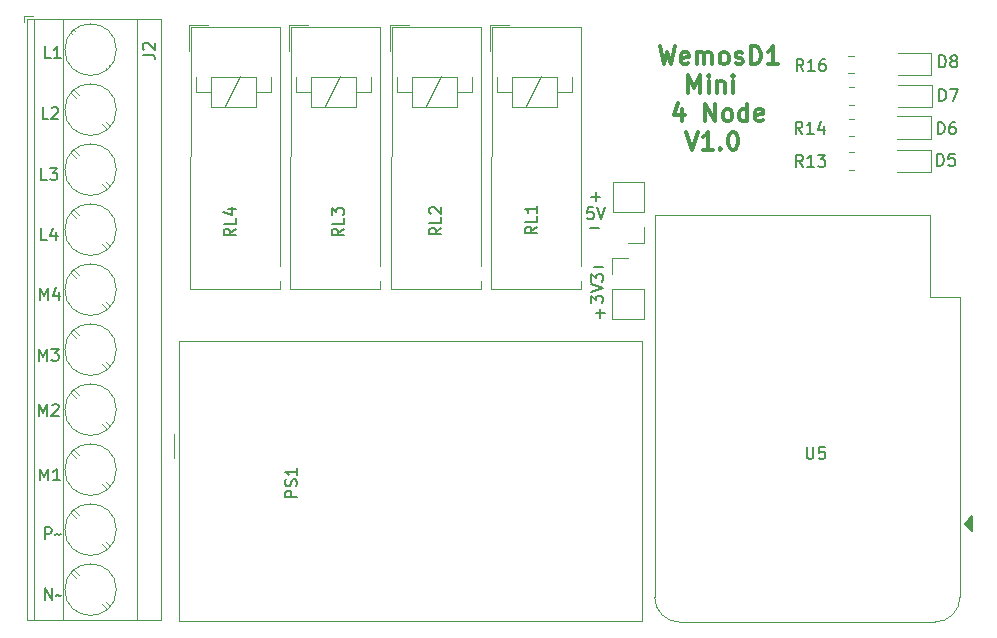
<source format=gbr>
%TF.GenerationSoftware,KiCad,Pcbnew,7.0.8*%
%TF.CreationDate,2024-02-01T01:06:35+05:30*%
%TF.ProjectId,WemosD1Mini-8266,57656d6f-7344-4314-9d69-6e692d383236,rev?*%
%TF.SameCoordinates,Original*%
%TF.FileFunction,Legend,Top*%
%TF.FilePolarity,Positive*%
%FSLAX46Y46*%
G04 Gerber Fmt 4.6, Leading zero omitted, Abs format (unit mm)*
G04 Created by KiCad (PCBNEW 7.0.8) date 2024-02-01 01:06:35*
%MOMM*%
%LPD*%
G01*
G04 APERTURE LIST*
%ADD10C,0.187500*%
%ADD11C,0.150000*%
%ADD12C,0.300000*%
%ADD13C,0.120000*%
G04 APERTURE END LIST*
D10*
X114877640Y-59967869D02*
X114401450Y-59967869D01*
X114401450Y-59967869D02*
X114353831Y-60444059D01*
X114353831Y-60444059D02*
X114401450Y-60396440D01*
X114401450Y-60396440D02*
X114496688Y-60348821D01*
X114496688Y-60348821D02*
X114734783Y-60348821D01*
X114734783Y-60348821D02*
X114830021Y-60396440D01*
X114830021Y-60396440D02*
X114877640Y-60444059D01*
X114877640Y-60444059D02*
X114925259Y-60539297D01*
X114925259Y-60539297D02*
X114925259Y-60777392D01*
X114925259Y-60777392D02*
X114877640Y-60872630D01*
X114877640Y-60872630D02*
X114830021Y-60920250D01*
X114830021Y-60920250D02*
X114734783Y-60967869D01*
X114734783Y-60967869D02*
X114496688Y-60967869D01*
X114496688Y-60967869D02*
X114401450Y-60920250D01*
X114401450Y-60920250D02*
X114353831Y-60872630D01*
X115210974Y-59967869D02*
X115544307Y-60967869D01*
X115544307Y-60967869D02*
X115877640Y-59967869D01*
X114697869Y-68063787D02*
X114697869Y-67444740D01*
X114697869Y-67444740D02*
X115078821Y-67778073D01*
X115078821Y-67778073D02*
X115078821Y-67635216D01*
X115078821Y-67635216D02*
X115126440Y-67539978D01*
X115126440Y-67539978D02*
X115174059Y-67492359D01*
X115174059Y-67492359D02*
X115269297Y-67444740D01*
X115269297Y-67444740D02*
X115507392Y-67444740D01*
X115507392Y-67444740D02*
X115602630Y-67492359D01*
X115602630Y-67492359D02*
X115650250Y-67539978D01*
X115650250Y-67539978D02*
X115697869Y-67635216D01*
X115697869Y-67635216D02*
X115697869Y-67920930D01*
X115697869Y-67920930D02*
X115650250Y-68016168D01*
X115650250Y-68016168D02*
X115602630Y-68063787D01*
X114697869Y-67159025D02*
X115697869Y-66825692D01*
X115697869Y-66825692D02*
X114697869Y-66492359D01*
X114697869Y-66254263D02*
X114697869Y-65635216D01*
X114697869Y-65635216D02*
X115078821Y-65968549D01*
X115078821Y-65968549D02*
X115078821Y-65825692D01*
X115078821Y-65825692D02*
X115126440Y-65730454D01*
X115126440Y-65730454D02*
X115174059Y-65682835D01*
X115174059Y-65682835D02*
X115269297Y-65635216D01*
X115269297Y-65635216D02*
X115507392Y-65635216D01*
X115507392Y-65635216D02*
X115602630Y-65682835D01*
X115602630Y-65682835D02*
X115650250Y-65730454D01*
X115650250Y-65730454D02*
X115697869Y-65825692D01*
X115697869Y-65825692D02*
X115697869Y-66111406D01*
X115697869Y-66111406D02*
X115650250Y-66206644D01*
X115650250Y-66206644D02*
X115602630Y-66254263D01*
X114961450Y-65063083D02*
X115723355Y-65063083D01*
X115091450Y-68933083D02*
X115853355Y-68933083D01*
X115472402Y-68552130D02*
X115472402Y-69314035D01*
X115408549Y-61756916D02*
X114646645Y-61756916D01*
X115468549Y-59056916D02*
X114706645Y-59056916D01*
X115087597Y-59437869D02*
X115087597Y-58675964D01*
D11*
X68464875Y-93229819D02*
X68464875Y-92229819D01*
X68464875Y-92229819D02*
X69036303Y-93229819D01*
X69036303Y-93229819D02*
X69036303Y-92229819D01*
X69369637Y-92848866D02*
X69417256Y-92801247D01*
X69417256Y-92801247D02*
X69512494Y-92753628D01*
X69512494Y-92753628D02*
X69702970Y-92848866D01*
X69702970Y-92848866D02*
X69798208Y-92801247D01*
X69798208Y-92801247D02*
X69845827Y-92753628D01*
X68641065Y-62729819D02*
X68164875Y-62729819D01*
X68164875Y-62729819D02*
X68164875Y-61729819D01*
X69402970Y-62063152D02*
X69402970Y-62729819D01*
X69164875Y-61682200D02*
X68926780Y-62396485D01*
X68926780Y-62396485D02*
X69545827Y-62396485D01*
D12*
X120511653Y-46355828D02*
X120868796Y-47855828D01*
X120868796Y-47855828D02*
X121154510Y-46784400D01*
X121154510Y-46784400D02*
X121440225Y-47855828D01*
X121440225Y-47855828D02*
X121797368Y-46355828D01*
X122940225Y-47784400D02*
X122797368Y-47855828D01*
X122797368Y-47855828D02*
X122511654Y-47855828D01*
X122511654Y-47855828D02*
X122368796Y-47784400D01*
X122368796Y-47784400D02*
X122297368Y-47641542D01*
X122297368Y-47641542D02*
X122297368Y-47070114D01*
X122297368Y-47070114D02*
X122368796Y-46927257D01*
X122368796Y-46927257D02*
X122511654Y-46855828D01*
X122511654Y-46855828D02*
X122797368Y-46855828D01*
X122797368Y-46855828D02*
X122940225Y-46927257D01*
X122940225Y-46927257D02*
X123011654Y-47070114D01*
X123011654Y-47070114D02*
X123011654Y-47212971D01*
X123011654Y-47212971D02*
X122297368Y-47355828D01*
X123654510Y-47855828D02*
X123654510Y-46855828D01*
X123654510Y-46998685D02*
X123725939Y-46927257D01*
X123725939Y-46927257D02*
X123868796Y-46855828D01*
X123868796Y-46855828D02*
X124083082Y-46855828D01*
X124083082Y-46855828D02*
X124225939Y-46927257D01*
X124225939Y-46927257D02*
X124297368Y-47070114D01*
X124297368Y-47070114D02*
X124297368Y-47855828D01*
X124297368Y-47070114D02*
X124368796Y-46927257D01*
X124368796Y-46927257D02*
X124511653Y-46855828D01*
X124511653Y-46855828D02*
X124725939Y-46855828D01*
X124725939Y-46855828D02*
X124868796Y-46927257D01*
X124868796Y-46927257D02*
X124940225Y-47070114D01*
X124940225Y-47070114D02*
X124940225Y-47855828D01*
X125868796Y-47855828D02*
X125725939Y-47784400D01*
X125725939Y-47784400D02*
X125654510Y-47712971D01*
X125654510Y-47712971D02*
X125583082Y-47570114D01*
X125583082Y-47570114D02*
X125583082Y-47141542D01*
X125583082Y-47141542D02*
X125654510Y-46998685D01*
X125654510Y-46998685D02*
X125725939Y-46927257D01*
X125725939Y-46927257D02*
X125868796Y-46855828D01*
X125868796Y-46855828D02*
X126083082Y-46855828D01*
X126083082Y-46855828D02*
X126225939Y-46927257D01*
X126225939Y-46927257D02*
X126297368Y-46998685D01*
X126297368Y-46998685D02*
X126368796Y-47141542D01*
X126368796Y-47141542D02*
X126368796Y-47570114D01*
X126368796Y-47570114D02*
X126297368Y-47712971D01*
X126297368Y-47712971D02*
X126225939Y-47784400D01*
X126225939Y-47784400D02*
X126083082Y-47855828D01*
X126083082Y-47855828D02*
X125868796Y-47855828D01*
X126940225Y-47784400D02*
X127083082Y-47855828D01*
X127083082Y-47855828D02*
X127368796Y-47855828D01*
X127368796Y-47855828D02*
X127511653Y-47784400D01*
X127511653Y-47784400D02*
X127583082Y-47641542D01*
X127583082Y-47641542D02*
X127583082Y-47570114D01*
X127583082Y-47570114D02*
X127511653Y-47427257D01*
X127511653Y-47427257D02*
X127368796Y-47355828D01*
X127368796Y-47355828D02*
X127154511Y-47355828D01*
X127154511Y-47355828D02*
X127011653Y-47284400D01*
X127011653Y-47284400D02*
X126940225Y-47141542D01*
X126940225Y-47141542D02*
X126940225Y-47070114D01*
X126940225Y-47070114D02*
X127011653Y-46927257D01*
X127011653Y-46927257D02*
X127154511Y-46855828D01*
X127154511Y-46855828D02*
X127368796Y-46855828D01*
X127368796Y-46855828D02*
X127511653Y-46927257D01*
X128225939Y-47855828D02*
X128225939Y-46355828D01*
X128225939Y-46355828D02*
X128583082Y-46355828D01*
X128583082Y-46355828D02*
X128797368Y-46427257D01*
X128797368Y-46427257D02*
X128940225Y-46570114D01*
X128940225Y-46570114D02*
X129011654Y-46712971D01*
X129011654Y-46712971D02*
X129083082Y-46998685D01*
X129083082Y-46998685D02*
X129083082Y-47212971D01*
X129083082Y-47212971D02*
X129011654Y-47498685D01*
X129011654Y-47498685D02*
X128940225Y-47641542D01*
X128940225Y-47641542D02*
X128797368Y-47784400D01*
X128797368Y-47784400D02*
X128583082Y-47855828D01*
X128583082Y-47855828D02*
X128225939Y-47855828D01*
X130511654Y-47855828D02*
X129654511Y-47855828D01*
X130083082Y-47855828D02*
X130083082Y-46355828D01*
X130083082Y-46355828D02*
X129940225Y-46570114D01*
X129940225Y-46570114D02*
X129797368Y-46712971D01*
X129797368Y-46712971D02*
X129654511Y-46784400D01*
X122940224Y-50270828D02*
X122940224Y-48770828D01*
X122940224Y-48770828D02*
X123440224Y-49842257D01*
X123440224Y-49842257D02*
X123940224Y-48770828D01*
X123940224Y-48770828D02*
X123940224Y-50270828D01*
X124654510Y-50270828D02*
X124654510Y-49270828D01*
X124654510Y-48770828D02*
X124583082Y-48842257D01*
X124583082Y-48842257D02*
X124654510Y-48913685D01*
X124654510Y-48913685D02*
X124725939Y-48842257D01*
X124725939Y-48842257D02*
X124654510Y-48770828D01*
X124654510Y-48770828D02*
X124654510Y-48913685D01*
X125368796Y-49270828D02*
X125368796Y-50270828D01*
X125368796Y-49413685D02*
X125440225Y-49342257D01*
X125440225Y-49342257D02*
X125583082Y-49270828D01*
X125583082Y-49270828D02*
X125797368Y-49270828D01*
X125797368Y-49270828D02*
X125940225Y-49342257D01*
X125940225Y-49342257D02*
X126011654Y-49485114D01*
X126011654Y-49485114D02*
X126011654Y-50270828D01*
X126725939Y-50270828D02*
X126725939Y-49270828D01*
X126725939Y-48770828D02*
X126654511Y-48842257D01*
X126654511Y-48842257D02*
X126725939Y-48913685D01*
X126725939Y-48913685D02*
X126797368Y-48842257D01*
X126797368Y-48842257D02*
X126725939Y-48770828D01*
X126725939Y-48770828D02*
X126725939Y-48913685D01*
X122440225Y-51685828D02*
X122440225Y-52685828D01*
X122083082Y-51114400D02*
X121725939Y-52185828D01*
X121725939Y-52185828D02*
X122654510Y-52185828D01*
X124368795Y-52685828D02*
X124368795Y-51185828D01*
X124368795Y-51185828D02*
X125225938Y-52685828D01*
X125225938Y-52685828D02*
X125225938Y-51185828D01*
X126154510Y-52685828D02*
X126011653Y-52614400D01*
X126011653Y-52614400D02*
X125940224Y-52542971D01*
X125940224Y-52542971D02*
X125868796Y-52400114D01*
X125868796Y-52400114D02*
X125868796Y-51971542D01*
X125868796Y-51971542D02*
X125940224Y-51828685D01*
X125940224Y-51828685D02*
X126011653Y-51757257D01*
X126011653Y-51757257D02*
X126154510Y-51685828D01*
X126154510Y-51685828D02*
X126368796Y-51685828D01*
X126368796Y-51685828D02*
X126511653Y-51757257D01*
X126511653Y-51757257D02*
X126583082Y-51828685D01*
X126583082Y-51828685D02*
X126654510Y-51971542D01*
X126654510Y-51971542D02*
X126654510Y-52400114D01*
X126654510Y-52400114D02*
X126583082Y-52542971D01*
X126583082Y-52542971D02*
X126511653Y-52614400D01*
X126511653Y-52614400D02*
X126368796Y-52685828D01*
X126368796Y-52685828D02*
X126154510Y-52685828D01*
X127940225Y-52685828D02*
X127940225Y-51185828D01*
X127940225Y-52614400D02*
X127797367Y-52685828D01*
X127797367Y-52685828D02*
X127511653Y-52685828D01*
X127511653Y-52685828D02*
X127368796Y-52614400D01*
X127368796Y-52614400D02*
X127297367Y-52542971D01*
X127297367Y-52542971D02*
X127225939Y-52400114D01*
X127225939Y-52400114D02*
X127225939Y-51971542D01*
X127225939Y-51971542D02*
X127297367Y-51828685D01*
X127297367Y-51828685D02*
X127368796Y-51757257D01*
X127368796Y-51757257D02*
X127511653Y-51685828D01*
X127511653Y-51685828D02*
X127797367Y-51685828D01*
X127797367Y-51685828D02*
X127940225Y-51757257D01*
X129225939Y-52614400D02*
X129083082Y-52685828D01*
X129083082Y-52685828D02*
X128797368Y-52685828D01*
X128797368Y-52685828D02*
X128654510Y-52614400D01*
X128654510Y-52614400D02*
X128583082Y-52471542D01*
X128583082Y-52471542D02*
X128583082Y-51900114D01*
X128583082Y-51900114D02*
X128654510Y-51757257D01*
X128654510Y-51757257D02*
X128797368Y-51685828D01*
X128797368Y-51685828D02*
X129083082Y-51685828D01*
X129083082Y-51685828D02*
X129225939Y-51757257D01*
X129225939Y-51757257D02*
X129297368Y-51900114D01*
X129297368Y-51900114D02*
X129297368Y-52042971D01*
X129297368Y-52042971D02*
X128583082Y-52185828D01*
X122725939Y-53600828D02*
X123225939Y-55100828D01*
X123225939Y-55100828D02*
X123725939Y-53600828D01*
X125011653Y-55100828D02*
X124154510Y-55100828D01*
X124583081Y-55100828D02*
X124583081Y-53600828D01*
X124583081Y-53600828D02*
X124440224Y-53815114D01*
X124440224Y-53815114D02*
X124297367Y-53957971D01*
X124297367Y-53957971D02*
X124154510Y-54029400D01*
X125654509Y-54957971D02*
X125725938Y-55029400D01*
X125725938Y-55029400D02*
X125654509Y-55100828D01*
X125654509Y-55100828D02*
X125583081Y-55029400D01*
X125583081Y-55029400D02*
X125654509Y-54957971D01*
X125654509Y-54957971D02*
X125654509Y-55100828D01*
X126654510Y-53600828D02*
X126797367Y-53600828D01*
X126797367Y-53600828D02*
X126940224Y-53672257D01*
X126940224Y-53672257D02*
X127011653Y-53743685D01*
X127011653Y-53743685D02*
X127083081Y-53886542D01*
X127083081Y-53886542D02*
X127154510Y-54172257D01*
X127154510Y-54172257D02*
X127154510Y-54529400D01*
X127154510Y-54529400D02*
X127083081Y-54815114D01*
X127083081Y-54815114D02*
X127011653Y-54957971D01*
X127011653Y-54957971D02*
X126940224Y-55029400D01*
X126940224Y-55029400D02*
X126797367Y-55100828D01*
X126797367Y-55100828D02*
X126654510Y-55100828D01*
X126654510Y-55100828D02*
X126511653Y-55029400D01*
X126511653Y-55029400D02*
X126440224Y-54957971D01*
X126440224Y-54957971D02*
X126368795Y-54815114D01*
X126368795Y-54815114D02*
X126297367Y-54529400D01*
X126297367Y-54529400D02*
X126297367Y-54172257D01*
X126297367Y-54172257D02*
X126368795Y-53886542D01*
X126368795Y-53886542D02*
X126440224Y-53743685D01*
X126440224Y-53743685D02*
X126511653Y-53672257D01*
X126511653Y-53672257D02*
X126654510Y-53600828D01*
D11*
X68064875Y-67799819D02*
X68064875Y-66799819D01*
X68064875Y-66799819D02*
X68398208Y-67514104D01*
X68398208Y-67514104D02*
X68731541Y-66799819D01*
X68731541Y-66799819D02*
X68731541Y-67799819D01*
X69636303Y-67133152D02*
X69636303Y-67799819D01*
X69398208Y-66752200D02*
X69160113Y-67466485D01*
X69160113Y-67466485D02*
X69779160Y-67466485D01*
X68941065Y-47329819D02*
X68464875Y-47329819D01*
X68464875Y-47329819D02*
X68464875Y-46329819D01*
X69798208Y-47329819D02*
X69226780Y-47329819D01*
X69512494Y-47329819D02*
X69512494Y-46329819D01*
X69512494Y-46329819D02*
X69417256Y-46472676D01*
X69417256Y-46472676D02*
X69322018Y-46567914D01*
X69322018Y-46567914D02*
X69226780Y-46615533D01*
X68741065Y-52499819D02*
X68264875Y-52499819D01*
X68264875Y-52499819D02*
X68264875Y-51499819D01*
X69026780Y-51595057D02*
X69074399Y-51547438D01*
X69074399Y-51547438D02*
X69169637Y-51499819D01*
X69169637Y-51499819D02*
X69407732Y-51499819D01*
X69407732Y-51499819D02*
X69502970Y-51547438D01*
X69502970Y-51547438D02*
X69550589Y-51595057D01*
X69550589Y-51595057D02*
X69598208Y-51690295D01*
X69598208Y-51690295D02*
X69598208Y-51785533D01*
X69598208Y-51785533D02*
X69550589Y-51928390D01*
X69550589Y-51928390D02*
X68979161Y-52499819D01*
X68979161Y-52499819D02*
X69598208Y-52499819D01*
X67964875Y-72959819D02*
X67964875Y-71959819D01*
X67964875Y-71959819D02*
X68298208Y-72674104D01*
X68298208Y-72674104D02*
X68631541Y-71959819D01*
X68631541Y-71959819D02*
X68631541Y-72959819D01*
X69012494Y-71959819D02*
X69631541Y-71959819D01*
X69631541Y-71959819D02*
X69298208Y-72340771D01*
X69298208Y-72340771D02*
X69441065Y-72340771D01*
X69441065Y-72340771D02*
X69536303Y-72388390D01*
X69536303Y-72388390D02*
X69583922Y-72436009D01*
X69583922Y-72436009D02*
X69631541Y-72531247D01*
X69631541Y-72531247D02*
X69631541Y-72769342D01*
X69631541Y-72769342D02*
X69583922Y-72864580D01*
X69583922Y-72864580D02*
X69536303Y-72912200D01*
X69536303Y-72912200D02*
X69441065Y-72959819D01*
X69441065Y-72959819D02*
X69155351Y-72959819D01*
X69155351Y-72959819D02*
X69060113Y-72912200D01*
X69060113Y-72912200D02*
X69012494Y-72864580D01*
X68464875Y-88069819D02*
X68464875Y-87069819D01*
X68464875Y-87069819D02*
X68845827Y-87069819D01*
X68845827Y-87069819D02*
X68941065Y-87117438D01*
X68941065Y-87117438D02*
X68988684Y-87165057D01*
X68988684Y-87165057D02*
X69036303Y-87260295D01*
X69036303Y-87260295D02*
X69036303Y-87403152D01*
X69036303Y-87403152D02*
X68988684Y-87498390D01*
X68988684Y-87498390D02*
X68941065Y-87546009D01*
X68941065Y-87546009D02*
X68845827Y-87593628D01*
X68845827Y-87593628D02*
X68464875Y-87593628D01*
X69322018Y-87688866D02*
X69369637Y-87641247D01*
X69369637Y-87641247D02*
X69464875Y-87593628D01*
X69464875Y-87593628D02*
X69655351Y-87688866D01*
X69655351Y-87688866D02*
X69750589Y-87641247D01*
X69750589Y-87641247D02*
X69798208Y-87593628D01*
X67964875Y-77629819D02*
X67964875Y-76629819D01*
X67964875Y-76629819D02*
X68298208Y-77344104D01*
X68298208Y-77344104D02*
X68631541Y-76629819D01*
X68631541Y-76629819D02*
X68631541Y-77629819D01*
X69060113Y-76725057D02*
X69107732Y-76677438D01*
X69107732Y-76677438D02*
X69202970Y-76629819D01*
X69202970Y-76629819D02*
X69441065Y-76629819D01*
X69441065Y-76629819D02*
X69536303Y-76677438D01*
X69536303Y-76677438D02*
X69583922Y-76725057D01*
X69583922Y-76725057D02*
X69631541Y-76820295D01*
X69631541Y-76820295D02*
X69631541Y-76915533D01*
X69631541Y-76915533D02*
X69583922Y-77058390D01*
X69583922Y-77058390D02*
X69012494Y-77629819D01*
X69012494Y-77629819D02*
X69631541Y-77629819D01*
X68641065Y-57659819D02*
X68164875Y-57659819D01*
X68164875Y-57659819D02*
X68164875Y-56659819D01*
X68879161Y-56659819D02*
X69498208Y-56659819D01*
X69498208Y-56659819D02*
X69164875Y-57040771D01*
X69164875Y-57040771D02*
X69307732Y-57040771D01*
X69307732Y-57040771D02*
X69402970Y-57088390D01*
X69402970Y-57088390D02*
X69450589Y-57136009D01*
X69450589Y-57136009D02*
X69498208Y-57231247D01*
X69498208Y-57231247D02*
X69498208Y-57469342D01*
X69498208Y-57469342D02*
X69450589Y-57564580D01*
X69450589Y-57564580D02*
X69402970Y-57612200D01*
X69402970Y-57612200D02*
X69307732Y-57659819D01*
X69307732Y-57659819D02*
X69022018Y-57659819D01*
X69022018Y-57659819D02*
X68926780Y-57612200D01*
X68926780Y-57612200D02*
X68879161Y-57564580D01*
X68064875Y-83099819D02*
X68064875Y-82099819D01*
X68064875Y-82099819D02*
X68398208Y-82814104D01*
X68398208Y-82814104D02*
X68731541Y-82099819D01*
X68731541Y-82099819D02*
X68731541Y-83099819D01*
X69731541Y-83099819D02*
X69160113Y-83099819D01*
X69445827Y-83099819D02*
X69445827Y-82099819D01*
X69445827Y-82099819D02*
X69350589Y-82242676D01*
X69350589Y-82242676D02*
X69255351Y-82337914D01*
X69255351Y-82337914D02*
X69160113Y-82385533D01*
X132587142Y-53724819D02*
X132253809Y-53248628D01*
X132015714Y-53724819D02*
X132015714Y-52724819D01*
X132015714Y-52724819D02*
X132396666Y-52724819D01*
X132396666Y-52724819D02*
X132491904Y-52772438D01*
X132491904Y-52772438D02*
X132539523Y-52820057D01*
X132539523Y-52820057D02*
X132587142Y-52915295D01*
X132587142Y-52915295D02*
X132587142Y-53058152D01*
X132587142Y-53058152D02*
X132539523Y-53153390D01*
X132539523Y-53153390D02*
X132491904Y-53201009D01*
X132491904Y-53201009D02*
X132396666Y-53248628D01*
X132396666Y-53248628D02*
X132015714Y-53248628D01*
X133539523Y-53724819D02*
X132968095Y-53724819D01*
X133253809Y-53724819D02*
X133253809Y-52724819D01*
X133253809Y-52724819D02*
X133158571Y-52867676D01*
X133158571Y-52867676D02*
X133063333Y-52962914D01*
X133063333Y-52962914D02*
X132968095Y-53010533D01*
X134396666Y-53058152D02*
X134396666Y-53724819D01*
X134158571Y-52677200D02*
X133920476Y-53391485D01*
X133920476Y-53391485D02*
X134539523Y-53391485D01*
X93754819Y-61781428D02*
X93278628Y-62114761D01*
X93754819Y-62352856D02*
X92754819Y-62352856D01*
X92754819Y-62352856D02*
X92754819Y-61971904D01*
X92754819Y-61971904D02*
X92802438Y-61876666D01*
X92802438Y-61876666D02*
X92850057Y-61829047D01*
X92850057Y-61829047D02*
X92945295Y-61781428D01*
X92945295Y-61781428D02*
X93088152Y-61781428D01*
X93088152Y-61781428D02*
X93183390Y-61829047D01*
X93183390Y-61829047D02*
X93231009Y-61876666D01*
X93231009Y-61876666D02*
X93278628Y-61971904D01*
X93278628Y-61971904D02*
X93278628Y-62352856D01*
X93754819Y-60876666D02*
X93754819Y-61352856D01*
X93754819Y-61352856D02*
X92754819Y-61352856D01*
X92754819Y-60638570D02*
X92754819Y-60019523D01*
X92754819Y-60019523D02*
X93135771Y-60352856D01*
X93135771Y-60352856D02*
X93135771Y-60209999D01*
X93135771Y-60209999D02*
X93183390Y-60114761D01*
X93183390Y-60114761D02*
X93231009Y-60067142D01*
X93231009Y-60067142D02*
X93326247Y-60019523D01*
X93326247Y-60019523D02*
X93564342Y-60019523D01*
X93564342Y-60019523D02*
X93659580Y-60067142D01*
X93659580Y-60067142D02*
X93707200Y-60114761D01*
X93707200Y-60114761D02*
X93754819Y-60209999D01*
X93754819Y-60209999D02*
X93754819Y-60495713D01*
X93754819Y-60495713D02*
X93707200Y-60590951D01*
X93707200Y-60590951D02*
X93659580Y-60638570D01*
X132617142Y-56534819D02*
X132283809Y-56058628D01*
X132045714Y-56534819D02*
X132045714Y-55534819D01*
X132045714Y-55534819D02*
X132426666Y-55534819D01*
X132426666Y-55534819D02*
X132521904Y-55582438D01*
X132521904Y-55582438D02*
X132569523Y-55630057D01*
X132569523Y-55630057D02*
X132617142Y-55725295D01*
X132617142Y-55725295D02*
X132617142Y-55868152D01*
X132617142Y-55868152D02*
X132569523Y-55963390D01*
X132569523Y-55963390D02*
X132521904Y-56011009D01*
X132521904Y-56011009D02*
X132426666Y-56058628D01*
X132426666Y-56058628D02*
X132045714Y-56058628D01*
X133569523Y-56534819D02*
X132998095Y-56534819D01*
X133283809Y-56534819D02*
X133283809Y-55534819D01*
X133283809Y-55534819D02*
X133188571Y-55677676D01*
X133188571Y-55677676D02*
X133093333Y-55772914D01*
X133093333Y-55772914D02*
X132998095Y-55820533D01*
X133902857Y-55534819D02*
X134521904Y-55534819D01*
X134521904Y-55534819D02*
X134188571Y-55915771D01*
X134188571Y-55915771D02*
X134331428Y-55915771D01*
X134331428Y-55915771D02*
X134426666Y-55963390D01*
X134426666Y-55963390D02*
X134474285Y-56011009D01*
X134474285Y-56011009D02*
X134521904Y-56106247D01*
X134521904Y-56106247D02*
X134521904Y-56344342D01*
X134521904Y-56344342D02*
X134474285Y-56439580D01*
X134474285Y-56439580D02*
X134426666Y-56487200D01*
X134426666Y-56487200D02*
X134331428Y-56534819D01*
X134331428Y-56534819D02*
X134045714Y-56534819D01*
X134045714Y-56534819D02*
X133950476Y-56487200D01*
X133950476Y-56487200D02*
X133902857Y-56439580D01*
X132963095Y-80284819D02*
X132963095Y-81094342D01*
X132963095Y-81094342D02*
X133010714Y-81189580D01*
X133010714Y-81189580D02*
X133058333Y-81237200D01*
X133058333Y-81237200D02*
X133153571Y-81284819D01*
X133153571Y-81284819D02*
X133344047Y-81284819D01*
X133344047Y-81284819D02*
X133439285Y-81237200D01*
X133439285Y-81237200D02*
X133486904Y-81189580D01*
X133486904Y-81189580D02*
X133534523Y-81094342D01*
X133534523Y-81094342D02*
X133534523Y-80284819D01*
X134486904Y-80284819D02*
X134010714Y-80284819D01*
X134010714Y-80284819D02*
X133963095Y-80761009D01*
X133963095Y-80761009D02*
X134010714Y-80713390D01*
X134010714Y-80713390D02*
X134105952Y-80665771D01*
X134105952Y-80665771D02*
X134344047Y-80665771D01*
X134344047Y-80665771D02*
X134439285Y-80713390D01*
X134439285Y-80713390D02*
X134486904Y-80761009D01*
X134486904Y-80761009D02*
X134534523Y-80856247D01*
X134534523Y-80856247D02*
X134534523Y-81094342D01*
X134534523Y-81094342D02*
X134486904Y-81189580D01*
X134486904Y-81189580D02*
X134439285Y-81237200D01*
X134439285Y-81237200D02*
X134344047Y-81284819D01*
X134344047Y-81284819D02*
X134105952Y-81284819D01*
X134105952Y-81284819D02*
X134010714Y-81237200D01*
X134010714Y-81237200D02*
X133963095Y-81189580D01*
X132687142Y-48424819D02*
X132353809Y-47948628D01*
X132115714Y-48424819D02*
X132115714Y-47424819D01*
X132115714Y-47424819D02*
X132496666Y-47424819D01*
X132496666Y-47424819D02*
X132591904Y-47472438D01*
X132591904Y-47472438D02*
X132639523Y-47520057D01*
X132639523Y-47520057D02*
X132687142Y-47615295D01*
X132687142Y-47615295D02*
X132687142Y-47758152D01*
X132687142Y-47758152D02*
X132639523Y-47853390D01*
X132639523Y-47853390D02*
X132591904Y-47901009D01*
X132591904Y-47901009D02*
X132496666Y-47948628D01*
X132496666Y-47948628D02*
X132115714Y-47948628D01*
X133639523Y-48424819D02*
X133068095Y-48424819D01*
X133353809Y-48424819D02*
X133353809Y-47424819D01*
X133353809Y-47424819D02*
X133258571Y-47567676D01*
X133258571Y-47567676D02*
X133163333Y-47662914D01*
X133163333Y-47662914D02*
X133068095Y-47710533D01*
X134496666Y-47424819D02*
X134306190Y-47424819D01*
X134306190Y-47424819D02*
X134210952Y-47472438D01*
X134210952Y-47472438D02*
X134163333Y-47520057D01*
X134163333Y-47520057D02*
X134068095Y-47662914D01*
X134068095Y-47662914D02*
X134020476Y-47853390D01*
X134020476Y-47853390D02*
X134020476Y-48234342D01*
X134020476Y-48234342D02*
X134068095Y-48329580D01*
X134068095Y-48329580D02*
X134115714Y-48377200D01*
X134115714Y-48377200D02*
X134210952Y-48424819D01*
X134210952Y-48424819D02*
X134401428Y-48424819D01*
X134401428Y-48424819D02*
X134496666Y-48377200D01*
X134496666Y-48377200D02*
X134544285Y-48329580D01*
X134544285Y-48329580D02*
X134591904Y-48234342D01*
X134591904Y-48234342D02*
X134591904Y-47996247D01*
X134591904Y-47996247D02*
X134544285Y-47901009D01*
X134544285Y-47901009D02*
X134496666Y-47853390D01*
X134496666Y-47853390D02*
X134401428Y-47805771D01*
X134401428Y-47805771D02*
X134210952Y-47805771D01*
X134210952Y-47805771D02*
X134115714Y-47853390D01*
X134115714Y-47853390D02*
X134068095Y-47901009D01*
X134068095Y-47901009D02*
X134020476Y-47996247D01*
X89804819Y-84534285D02*
X88804819Y-84534285D01*
X88804819Y-84534285D02*
X88804819Y-84153333D01*
X88804819Y-84153333D02*
X88852438Y-84058095D01*
X88852438Y-84058095D02*
X88900057Y-84010476D01*
X88900057Y-84010476D02*
X88995295Y-83962857D01*
X88995295Y-83962857D02*
X89138152Y-83962857D01*
X89138152Y-83962857D02*
X89233390Y-84010476D01*
X89233390Y-84010476D02*
X89281009Y-84058095D01*
X89281009Y-84058095D02*
X89328628Y-84153333D01*
X89328628Y-84153333D02*
X89328628Y-84534285D01*
X89757200Y-83581904D02*
X89804819Y-83439047D01*
X89804819Y-83439047D02*
X89804819Y-83200952D01*
X89804819Y-83200952D02*
X89757200Y-83105714D01*
X89757200Y-83105714D02*
X89709580Y-83058095D01*
X89709580Y-83058095D02*
X89614342Y-83010476D01*
X89614342Y-83010476D02*
X89519104Y-83010476D01*
X89519104Y-83010476D02*
X89423866Y-83058095D01*
X89423866Y-83058095D02*
X89376247Y-83105714D01*
X89376247Y-83105714D02*
X89328628Y-83200952D01*
X89328628Y-83200952D02*
X89281009Y-83391428D01*
X89281009Y-83391428D02*
X89233390Y-83486666D01*
X89233390Y-83486666D02*
X89185771Y-83534285D01*
X89185771Y-83534285D02*
X89090533Y-83581904D01*
X89090533Y-83581904D02*
X88995295Y-83581904D01*
X88995295Y-83581904D02*
X88900057Y-83534285D01*
X88900057Y-83534285D02*
X88852438Y-83486666D01*
X88852438Y-83486666D02*
X88804819Y-83391428D01*
X88804819Y-83391428D02*
X88804819Y-83153333D01*
X88804819Y-83153333D02*
X88852438Y-83010476D01*
X89804819Y-82058095D02*
X89804819Y-82629523D01*
X89804819Y-82343809D02*
X88804819Y-82343809D01*
X88804819Y-82343809D02*
X88947676Y-82439047D01*
X88947676Y-82439047D02*
X89042914Y-82534285D01*
X89042914Y-82534285D02*
X89090533Y-82629523D01*
X144201905Y-50964819D02*
X144201905Y-49964819D01*
X144201905Y-49964819D02*
X144440000Y-49964819D01*
X144440000Y-49964819D02*
X144582857Y-50012438D01*
X144582857Y-50012438D02*
X144678095Y-50107676D01*
X144678095Y-50107676D02*
X144725714Y-50202914D01*
X144725714Y-50202914D02*
X144773333Y-50393390D01*
X144773333Y-50393390D02*
X144773333Y-50536247D01*
X144773333Y-50536247D02*
X144725714Y-50726723D01*
X144725714Y-50726723D02*
X144678095Y-50821961D01*
X144678095Y-50821961D02*
X144582857Y-50917200D01*
X144582857Y-50917200D02*
X144440000Y-50964819D01*
X144440000Y-50964819D02*
X144201905Y-50964819D01*
X145106667Y-49964819D02*
X145773333Y-49964819D01*
X145773333Y-49964819D02*
X145344762Y-50964819D01*
X84604819Y-61781428D02*
X84128628Y-62114761D01*
X84604819Y-62352856D02*
X83604819Y-62352856D01*
X83604819Y-62352856D02*
X83604819Y-61971904D01*
X83604819Y-61971904D02*
X83652438Y-61876666D01*
X83652438Y-61876666D02*
X83700057Y-61829047D01*
X83700057Y-61829047D02*
X83795295Y-61781428D01*
X83795295Y-61781428D02*
X83938152Y-61781428D01*
X83938152Y-61781428D02*
X84033390Y-61829047D01*
X84033390Y-61829047D02*
X84081009Y-61876666D01*
X84081009Y-61876666D02*
X84128628Y-61971904D01*
X84128628Y-61971904D02*
X84128628Y-62352856D01*
X84604819Y-60876666D02*
X84604819Y-61352856D01*
X84604819Y-61352856D02*
X83604819Y-61352856D01*
X83938152Y-60114761D02*
X84604819Y-60114761D01*
X83557200Y-60352856D02*
X84271485Y-60590951D01*
X84271485Y-60590951D02*
X84271485Y-59971904D01*
X76754819Y-47053333D02*
X77469104Y-47053333D01*
X77469104Y-47053333D02*
X77611961Y-47100952D01*
X77611961Y-47100952D02*
X77707200Y-47196190D01*
X77707200Y-47196190D02*
X77754819Y-47339047D01*
X77754819Y-47339047D02*
X77754819Y-47434285D01*
X76850057Y-46624761D02*
X76802438Y-46577142D01*
X76802438Y-46577142D02*
X76754819Y-46481904D01*
X76754819Y-46481904D02*
X76754819Y-46243809D01*
X76754819Y-46243809D02*
X76802438Y-46148571D01*
X76802438Y-46148571D02*
X76850057Y-46100952D01*
X76850057Y-46100952D02*
X76945295Y-46053333D01*
X76945295Y-46053333D02*
X77040533Y-46053333D01*
X77040533Y-46053333D02*
X77183390Y-46100952D01*
X77183390Y-46100952D02*
X77754819Y-46672380D01*
X77754819Y-46672380D02*
X77754819Y-46053333D01*
X144001905Y-56444819D02*
X144001905Y-55444819D01*
X144001905Y-55444819D02*
X144240000Y-55444819D01*
X144240000Y-55444819D02*
X144382857Y-55492438D01*
X144382857Y-55492438D02*
X144478095Y-55587676D01*
X144478095Y-55587676D02*
X144525714Y-55682914D01*
X144525714Y-55682914D02*
X144573333Y-55873390D01*
X144573333Y-55873390D02*
X144573333Y-56016247D01*
X144573333Y-56016247D02*
X144525714Y-56206723D01*
X144525714Y-56206723D02*
X144478095Y-56301961D01*
X144478095Y-56301961D02*
X144382857Y-56397200D01*
X144382857Y-56397200D02*
X144240000Y-56444819D01*
X144240000Y-56444819D02*
X144001905Y-56444819D01*
X145478095Y-55444819D02*
X145001905Y-55444819D01*
X145001905Y-55444819D02*
X144954286Y-55921009D01*
X144954286Y-55921009D02*
X145001905Y-55873390D01*
X145001905Y-55873390D02*
X145097143Y-55825771D01*
X145097143Y-55825771D02*
X145335238Y-55825771D01*
X145335238Y-55825771D02*
X145430476Y-55873390D01*
X145430476Y-55873390D02*
X145478095Y-55921009D01*
X145478095Y-55921009D02*
X145525714Y-56016247D01*
X145525714Y-56016247D02*
X145525714Y-56254342D01*
X145525714Y-56254342D02*
X145478095Y-56349580D01*
X145478095Y-56349580D02*
X145430476Y-56397200D01*
X145430476Y-56397200D02*
X145335238Y-56444819D01*
X145335238Y-56444819D02*
X145097143Y-56444819D01*
X145097143Y-56444819D02*
X145001905Y-56397200D01*
X145001905Y-56397200D02*
X144954286Y-56349580D01*
X144181905Y-48114819D02*
X144181905Y-47114819D01*
X144181905Y-47114819D02*
X144420000Y-47114819D01*
X144420000Y-47114819D02*
X144562857Y-47162438D01*
X144562857Y-47162438D02*
X144658095Y-47257676D01*
X144658095Y-47257676D02*
X144705714Y-47352914D01*
X144705714Y-47352914D02*
X144753333Y-47543390D01*
X144753333Y-47543390D02*
X144753333Y-47686247D01*
X144753333Y-47686247D02*
X144705714Y-47876723D01*
X144705714Y-47876723D02*
X144658095Y-47971961D01*
X144658095Y-47971961D02*
X144562857Y-48067200D01*
X144562857Y-48067200D02*
X144420000Y-48114819D01*
X144420000Y-48114819D02*
X144181905Y-48114819D01*
X145324762Y-47543390D02*
X145229524Y-47495771D01*
X145229524Y-47495771D02*
X145181905Y-47448152D01*
X145181905Y-47448152D02*
X145134286Y-47352914D01*
X145134286Y-47352914D02*
X145134286Y-47305295D01*
X145134286Y-47305295D02*
X145181905Y-47210057D01*
X145181905Y-47210057D02*
X145229524Y-47162438D01*
X145229524Y-47162438D02*
X145324762Y-47114819D01*
X145324762Y-47114819D02*
X145515238Y-47114819D01*
X145515238Y-47114819D02*
X145610476Y-47162438D01*
X145610476Y-47162438D02*
X145658095Y-47210057D01*
X145658095Y-47210057D02*
X145705714Y-47305295D01*
X145705714Y-47305295D02*
X145705714Y-47352914D01*
X145705714Y-47352914D02*
X145658095Y-47448152D01*
X145658095Y-47448152D02*
X145610476Y-47495771D01*
X145610476Y-47495771D02*
X145515238Y-47543390D01*
X145515238Y-47543390D02*
X145324762Y-47543390D01*
X145324762Y-47543390D02*
X145229524Y-47591009D01*
X145229524Y-47591009D02*
X145181905Y-47638628D01*
X145181905Y-47638628D02*
X145134286Y-47733866D01*
X145134286Y-47733866D02*
X145134286Y-47924342D01*
X145134286Y-47924342D02*
X145181905Y-48019580D01*
X145181905Y-48019580D02*
X145229524Y-48067200D01*
X145229524Y-48067200D02*
X145324762Y-48114819D01*
X145324762Y-48114819D02*
X145515238Y-48114819D01*
X145515238Y-48114819D02*
X145610476Y-48067200D01*
X145610476Y-48067200D02*
X145658095Y-48019580D01*
X145658095Y-48019580D02*
X145705714Y-47924342D01*
X145705714Y-47924342D02*
X145705714Y-47733866D01*
X145705714Y-47733866D02*
X145658095Y-47638628D01*
X145658095Y-47638628D02*
X145610476Y-47591009D01*
X145610476Y-47591009D02*
X145515238Y-47543390D01*
X102014819Y-61691428D02*
X101538628Y-62024761D01*
X102014819Y-62262856D02*
X101014819Y-62262856D01*
X101014819Y-62262856D02*
X101014819Y-61881904D01*
X101014819Y-61881904D02*
X101062438Y-61786666D01*
X101062438Y-61786666D02*
X101110057Y-61739047D01*
X101110057Y-61739047D02*
X101205295Y-61691428D01*
X101205295Y-61691428D02*
X101348152Y-61691428D01*
X101348152Y-61691428D02*
X101443390Y-61739047D01*
X101443390Y-61739047D02*
X101491009Y-61786666D01*
X101491009Y-61786666D02*
X101538628Y-61881904D01*
X101538628Y-61881904D02*
X101538628Y-62262856D01*
X102014819Y-60786666D02*
X102014819Y-61262856D01*
X102014819Y-61262856D02*
X101014819Y-61262856D01*
X101110057Y-60500951D02*
X101062438Y-60453332D01*
X101062438Y-60453332D02*
X101014819Y-60358094D01*
X101014819Y-60358094D02*
X101014819Y-60119999D01*
X101014819Y-60119999D02*
X101062438Y-60024761D01*
X101062438Y-60024761D02*
X101110057Y-59977142D01*
X101110057Y-59977142D02*
X101205295Y-59929523D01*
X101205295Y-59929523D02*
X101300533Y-59929523D01*
X101300533Y-59929523D02*
X101443390Y-59977142D01*
X101443390Y-59977142D02*
X102014819Y-60548570D01*
X102014819Y-60548570D02*
X102014819Y-59929523D01*
X144071905Y-53754819D02*
X144071905Y-52754819D01*
X144071905Y-52754819D02*
X144310000Y-52754819D01*
X144310000Y-52754819D02*
X144452857Y-52802438D01*
X144452857Y-52802438D02*
X144548095Y-52897676D01*
X144548095Y-52897676D02*
X144595714Y-52992914D01*
X144595714Y-52992914D02*
X144643333Y-53183390D01*
X144643333Y-53183390D02*
X144643333Y-53326247D01*
X144643333Y-53326247D02*
X144595714Y-53516723D01*
X144595714Y-53516723D02*
X144548095Y-53611961D01*
X144548095Y-53611961D02*
X144452857Y-53707200D01*
X144452857Y-53707200D02*
X144310000Y-53754819D01*
X144310000Y-53754819D02*
X144071905Y-53754819D01*
X145500476Y-52754819D02*
X145310000Y-52754819D01*
X145310000Y-52754819D02*
X145214762Y-52802438D01*
X145214762Y-52802438D02*
X145167143Y-52850057D01*
X145167143Y-52850057D02*
X145071905Y-52992914D01*
X145071905Y-52992914D02*
X145024286Y-53183390D01*
X145024286Y-53183390D02*
X145024286Y-53564342D01*
X145024286Y-53564342D02*
X145071905Y-53659580D01*
X145071905Y-53659580D02*
X145119524Y-53707200D01*
X145119524Y-53707200D02*
X145214762Y-53754819D01*
X145214762Y-53754819D02*
X145405238Y-53754819D01*
X145405238Y-53754819D02*
X145500476Y-53707200D01*
X145500476Y-53707200D02*
X145548095Y-53659580D01*
X145548095Y-53659580D02*
X145595714Y-53564342D01*
X145595714Y-53564342D02*
X145595714Y-53326247D01*
X145595714Y-53326247D02*
X145548095Y-53231009D01*
X145548095Y-53231009D02*
X145500476Y-53183390D01*
X145500476Y-53183390D02*
X145405238Y-53135771D01*
X145405238Y-53135771D02*
X145214762Y-53135771D01*
X145214762Y-53135771D02*
X145119524Y-53183390D01*
X145119524Y-53183390D02*
X145071905Y-53231009D01*
X145071905Y-53231009D02*
X145024286Y-53326247D01*
X110104819Y-61601428D02*
X109628628Y-61934761D01*
X110104819Y-62172856D02*
X109104819Y-62172856D01*
X109104819Y-62172856D02*
X109104819Y-61791904D01*
X109104819Y-61791904D02*
X109152438Y-61696666D01*
X109152438Y-61696666D02*
X109200057Y-61649047D01*
X109200057Y-61649047D02*
X109295295Y-61601428D01*
X109295295Y-61601428D02*
X109438152Y-61601428D01*
X109438152Y-61601428D02*
X109533390Y-61649047D01*
X109533390Y-61649047D02*
X109581009Y-61696666D01*
X109581009Y-61696666D02*
X109628628Y-61791904D01*
X109628628Y-61791904D02*
X109628628Y-62172856D01*
X110104819Y-60696666D02*
X110104819Y-61172856D01*
X110104819Y-61172856D02*
X109104819Y-61172856D01*
X110104819Y-59839523D02*
X110104819Y-60410951D01*
X110104819Y-60125237D02*
X109104819Y-60125237D01*
X109104819Y-60125237D02*
X109247676Y-60220475D01*
X109247676Y-60220475D02*
X109342914Y-60315713D01*
X109342914Y-60315713D02*
X109390533Y-60410951D01*
D13*
%TO.C,J3*%
X116490000Y-65590000D02*
X116490000Y-64260000D01*
X116490000Y-69460000D02*
X119150000Y-69460000D01*
X116490000Y-66860000D02*
X116490000Y-69460000D01*
X116490000Y-66860000D02*
X119150000Y-66860000D01*
X116490000Y-64260000D02*
X117820000Y-64260000D01*
X119150000Y-66860000D02*
X119150000Y-69460000D01*
%TO.C,J1*%
X119180000Y-61680000D02*
X119180000Y-63010000D01*
X119180000Y-57810000D02*
X116520000Y-57810000D01*
X119180000Y-60410000D02*
X119180000Y-57810000D01*
X119180000Y-60410000D02*
X116520000Y-60410000D01*
X119180000Y-63010000D02*
X117850000Y-63010000D01*
X116520000Y-60410000D02*
X116520000Y-57810000D01*
%TO.C,R14*%
X136502936Y-52465000D02*
X136957064Y-52465000D01*
X136502936Y-53935000D02*
X136957064Y-53935000D01*
%TO.C,RL3*%
X90760000Y-44500000D02*
X89110000Y-44500000D01*
X89110000Y-44500000D02*
X89110000Y-46750000D01*
X96810000Y-44700000D02*
X96810000Y-64900000D01*
X89310000Y-44700000D02*
X96810000Y-44700000D01*
X93445000Y-48880000D02*
X92175000Y-51420000D01*
X96080000Y-48910000D02*
X96080000Y-50180000D01*
X94810000Y-48910000D02*
X94810000Y-50180000D01*
X90970000Y-48910000D02*
X94810000Y-48910000D01*
X96080000Y-50180000D02*
X94810000Y-50180000D01*
X94810000Y-50180000D02*
X94810000Y-51450000D01*
X90970000Y-50180000D02*
X89700000Y-50180000D01*
X89700000Y-50180000D02*
X89700000Y-48910000D01*
X94810000Y-51450000D02*
X90970000Y-51450000D01*
X90970000Y-51450000D02*
X90970000Y-48910000D01*
X96810000Y-66200000D02*
X96810000Y-66850000D01*
X96810000Y-66850000D02*
X96110000Y-66850000D01*
X96385000Y-66850000D02*
X89235000Y-66850000D01*
X89235000Y-66850000D02*
X89310000Y-44700000D01*
%TO.C,R13*%
X136532936Y-55305000D02*
X136987064Y-55305000D01*
X136532936Y-56775000D02*
X136987064Y-56775000D01*
%TO.C,U5*%
X145940000Y-67530000D02*
X145940000Y-92960000D01*
X145940000Y-67530000D02*
X143400000Y-67530000D01*
X143400000Y-67530000D02*
X143400000Y-60630000D01*
X143400000Y-60630000D02*
X120080000Y-60630000D01*
X122200000Y-95090000D02*
X143810000Y-95090000D01*
X120080000Y-60630000D02*
X120080000Y-92960000D01*
X143810000Y-95090000D02*
G75*
G03*
X145940000Y-92960000I-2J2130002D01*
G01*
X120080000Y-92960000D02*
G75*
G03*
X122210000Y-95090000I2130000J0D01*
G01*
D11*
X146980000Y-87385000D02*
X146345000Y-86750000D01*
X146980000Y-86115000D01*
X146980000Y-87385000D01*
G36*
X146980000Y-87385000D02*
G01*
X146345000Y-86750000D01*
X146980000Y-86115000D01*
X146980000Y-87385000D01*
G37*
D13*
%TO.C,R16*%
X136472936Y-47135000D02*
X136927064Y-47135000D01*
X136472936Y-48605000D02*
X136927064Y-48605000D01*
%TO.C,PS1*%
X79400000Y-79160000D02*
X79400000Y-81170000D01*
X79780000Y-71300000D02*
X79780000Y-95020000D01*
X79790000Y-95020000D02*
X119000000Y-95020000D01*
X119000000Y-71300000D02*
X79790000Y-71300000D01*
X119000000Y-95020000D02*
X119000000Y-71300000D01*
%TO.C,R15*%
X136542936Y-49825000D02*
X136997064Y-49825000D01*
X136542936Y-51295000D02*
X136997064Y-51295000D01*
%TO.C,D7*%
X143530000Y-51500000D02*
X143530000Y-49580000D01*
X143530000Y-49580000D02*
X140670000Y-49580000D01*
X140670000Y-51500000D02*
X143530000Y-51500000D01*
%TO.C,RL4*%
X82280000Y-44500000D02*
X80630000Y-44500000D01*
X80630000Y-44500000D02*
X80630000Y-46750000D01*
X88330000Y-44700000D02*
X88330000Y-64900000D01*
X80830000Y-44700000D02*
X88330000Y-44700000D01*
X84965000Y-48880000D02*
X83695000Y-51420000D01*
X87600000Y-48910000D02*
X87600000Y-50180000D01*
X86330000Y-48910000D02*
X86330000Y-50180000D01*
X82490000Y-48910000D02*
X86330000Y-48910000D01*
X87600000Y-50180000D02*
X86330000Y-50180000D01*
X86330000Y-50180000D02*
X86330000Y-51450000D01*
X82490000Y-50180000D02*
X81220000Y-50180000D01*
X81220000Y-50180000D02*
X81220000Y-48910000D01*
X86330000Y-51450000D02*
X82490000Y-51450000D01*
X82490000Y-51450000D02*
X82490000Y-48910000D01*
X88330000Y-66200000D02*
X88330000Y-66850000D01*
X88330000Y-66850000D02*
X87630000Y-66850000D01*
X87905000Y-66850000D02*
X80755000Y-66850000D01*
X80755000Y-66850000D02*
X80830000Y-44700000D01*
%TO.C,J2*%
X67470000Y-43780000D02*
X66730000Y-43780000D01*
X66730000Y-43780000D02*
X66730000Y-44280000D01*
X78290000Y-44020000D02*
X66970000Y-44020000D01*
X78290000Y-44020000D02*
X78290000Y-94940000D01*
X76230000Y-44020000D02*
X76230000Y-94940000D01*
X70030000Y-44020000D02*
X70030000Y-94940000D01*
X67530000Y-44020000D02*
X67530000Y-94940000D01*
X66970000Y-44020000D02*
X66970000Y-94940000D01*
X71049000Y-45072000D02*
X70942000Y-44966000D01*
X70783000Y-45338000D02*
X70676000Y-45232000D01*
X73984000Y-48008000D02*
X73877000Y-47901000D01*
X73718000Y-48274000D02*
X73611000Y-48167000D01*
X71338000Y-50442000D02*
X70942000Y-50047000D01*
X71056000Y-50693000D02*
X70676000Y-50313000D01*
X73984000Y-53088000D02*
X73604000Y-52708000D01*
X73718000Y-53354000D02*
X73322000Y-52959000D01*
X71338000Y-55522000D02*
X70942000Y-55127000D01*
X71056000Y-55773000D02*
X70676000Y-55393000D01*
X73984000Y-58168000D02*
X73604000Y-57788000D01*
X73718000Y-58434000D02*
X73322000Y-58039000D01*
X71338000Y-60602000D02*
X70942000Y-60207000D01*
X71056000Y-60853000D02*
X70676000Y-60473000D01*
X73984000Y-63248000D02*
X73604000Y-62868000D01*
X73718000Y-63514000D02*
X73322000Y-63119000D01*
X71338000Y-65682000D02*
X70942000Y-65287000D01*
X71056000Y-65933000D02*
X70676000Y-65553000D01*
X73984000Y-68328000D02*
X73604000Y-67948000D01*
X73718000Y-68594000D02*
X73322000Y-68199000D01*
X71338000Y-70762000D02*
X70942000Y-70367000D01*
X71056000Y-71013000D02*
X70676000Y-70633000D01*
X73984000Y-73408000D02*
X73604000Y-73028000D01*
X73718000Y-73674000D02*
X73322000Y-73279000D01*
X71338000Y-75842000D02*
X70942000Y-75447000D01*
X71056000Y-76093000D02*
X70676000Y-75713000D01*
X73984000Y-78488000D02*
X73604000Y-78108000D01*
X73718000Y-78754000D02*
X73322000Y-78359000D01*
X71338000Y-80922000D02*
X70942000Y-80527000D01*
X71056000Y-81173000D02*
X70676000Y-80793000D01*
X73984000Y-83568000D02*
X73604000Y-83188000D01*
X73718000Y-83834000D02*
X73322000Y-83439000D01*
X71338000Y-86002000D02*
X70942000Y-85607000D01*
X71056000Y-86253000D02*
X70676000Y-85873000D01*
X73984000Y-88648000D02*
X73604000Y-88268000D01*
X73718000Y-88914000D02*
X73322000Y-88519000D01*
X71338000Y-91082000D02*
X70942000Y-90687000D01*
X71056000Y-91333000D02*
X70676000Y-90953000D01*
X73984000Y-93728000D02*
X73604000Y-93348000D01*
X73718000Y-93994000D02*
X73322000Y-93599000D01*
X78290000Y-94940000D02*
X66970000Y-94940000D01*
X74510000Y-46620000D02*
G75*
G03*
X74510000Y-46620000I-2180000J0D01*
G01*
X74510000Y-51700000D02*
G75*
G03*
X74510000Y-51700000I-2180000J0D01*
G01*
X74510000Y-56780000D02*
G75*
G03*
X74510000Y-56780000I-2180000J0D01*
G01*
X74510000Y-61860000D02*
G75*
G03*
X74510000Y-61860000I-2180000J0D01*
G01*
X74510000Y-66940000D02*
G75*
G03*
X74510000Y-66940000I-2180000J0D01*
G01*
X74510000Y-72020000D02*
G75*
G03*
X74510000Y-72020000I-2180000J0D01*
G01*
X74510000Y-77100000D02*
G75*
G03*
X74510000Y-77100000I-2180000J0D01*
G01*
X74510000Y-82180000D02*
G75*
G03*
X74510000Y-82180000I-2180000J0D01*
G01*
X74510000Y-87260000D02*
G75*
G03*
X74510000Y-87260000I-2180000J0D01*
G01*
X74510000Y-92340000D02*
G75*
G03*
X74510000Y-92340000I-2180000J0D01*
G01*
%TO.C,D5*%
X143470000Y-57000000D02*
X143470000Y-55080000D01*
X143470000Y-55080000D02*
X140610000Y-55080000D01*
X140610000Y-57000000D02*
X143470000Y-57000000D01*
%TO.C,D8*%
X143517500Y-48800000D02*
X143517500Y-46880000D01*
X143517500Y-46880000D02*
X140657500Y-46880000D01*
X140657500Y-48800000D02*
X143517500Y-48800000D01*
%TO.C,RL2*%
X99310000Y-44500000D02*
X97660000Y-44500000D01*
X97660000Y-44500000D02*
X97660000Y-46750000D01*
X105360000Y-44700000D02*
X105360000Y-64900000D01*
X97860000Y-44700000D02*
X105360000Y-44700000D01*
X101995000Y-48880000D02*
X100725000Y-51420000D01*
X104630000Y-48910000D02*
X104630000Y-50180000D01*
X103360000Y-48910000D02*
X103360000Y-50180000D01*
X99520000Y-48910000D02*
X103360000Y-48910000D01*
X104630000Y-50180000D02*
X103360000Y-50180000D01*
X103360000Y-50180000D02*
X103360000Y-51450000D01*
X99520000Y-50180000D02*
X98250000Y-50180000D01*
X98250000Y-50180000D02*
X98250000Y-48910000D01*
X103360000Y-51450000D02*
X99520000Y-51450000D01*
X99520000Y-51450000D02*
X99520000Y-48910000D01*
X105360000Y-66200000D02*
X105360000Y-66850000D01*
X105360000Y-66850000D02*
X104660000Y-66850000D01*
X104935000Y-66850000D02*
X97785000Y-66850000D01*
X97785000Y-66850000D02*
X97860000Y-44700000D01*
%TO.C,D6*%
X143485000Y-54160000D02*
X143485000Y-52240000D01*
X143485000Y-52240000D02*
X140625000Y-52240000D01*
X140625000Y-54160000D02*
X143485000Y-54160000D01*
%TO.C,RL1*%
X107790000Y-44500000D02*
X106140000Y-44500000D01*
X106140000Y-44500000D02*
X106140000Y-46750000D01*
X113840000Y-44700000D02*
X113840000Y-64900000D01*
X106340000Y-44700000D02*
X113840000Y-44700000D01*
X110475000Y-48880000D02*
X109205000Y-51420000D01*
X113110000Y-48910000D02*
X113110000Y-50180000D01*
X111840000Y-48910000D02*
X111840000Y-50180000D01*
X108000000Y-48910000D02*
X111840000Y-48910000D01*
X113110000Y-50180000D02*
X111840000Y-50180000D01*
X111840000Y-50180000D02*
X111840000Y-51450000D01*
X108000000Y-50180000D02*
X106730000Y-50180000D01*
X106730000Y-50180000D02*
X106730000Y-48910000D01*
X111840000Y-51450000D02*
X108000000Y-51450000D01*
X108000000Y-51450000D02*
X108000000Y-48910000D01*
X113840000Y-66200000D02*
X113840000Y-66850000D01*
X113840000Y-66850000D02*
X113140000Y-66850000D01*
X113415000Y-66850000D02*
X106265000Y-66850000D01*
X106265000Y-66850000D02*
X106340000Y-44700000D01*
%TD*%
M02*

</source>
